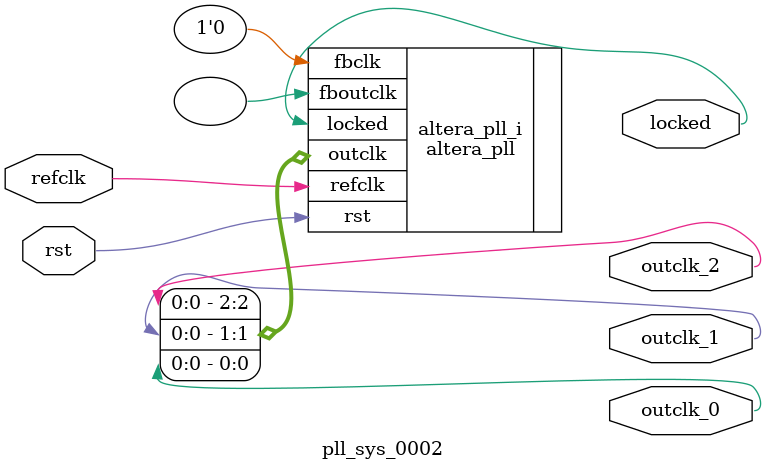
<source format=v>
`timescale 1ns/10ps
module  pll_sys_0002(

	// interface 'refclk'
	input wire refclk,

	// interface 'reset'
	input wire rst,

	// interface 'outclk0'
	output wire outclk_0,

	// interface 'outclk1'
	output wire outclk_1,

	// interface 'outclk2'
	output wire outclk_2,

	// interface 'locked'
	output wire locked
);

	altera_pll #(
		.fractional_vco_multiplier("false"),
		.reference_clock_frequency("50.0 MHz"),
		.operation_mode("direct"),
		.number_of_clocks(3),
		.output_clock_frequency0("96.000000 MHz"),
		.phase_shift0("0 ps"),
		.duty_cycle0(50),
		.output_clock_frequency1("96.000000 MHz"),
		.phase_shift1("4166 ps"),
		.duty_cycle1(50),
		.output_clock_frequency2("32.000000 MHz"),
		.phase_shift2("0 ps"),
		.duty_cycle2(50),
		.output_clock_frequency3("0 MHz"),
		.phase_shift3("0 ps"),
		.duty_cycle3(50),
		.output_clock_frequency4("0 MHz"),
		.phase_shift4("0 ps"),
		.duty_cycle4(50),
		.output_clock_frequency5("0 MHz"),
		.phase_shift5("0 ps"),
		.duty_cycle5(50),
		.output_clock_frequency6("0 MHz"),
		.phase_shift6("0 ps"),
		.duty_cycle6(50),
		.output_clock_frequency7("0 MHz"),
		.phase_shift7("0 ps"),
		.duty_cycle7(50),
		.output_clock_frequency8("0 MHz"),
		.phase_shift8("0 ps"),
		.duty_cycle8(50),
		.output_clock_frequency9("0 MHz"),
		.phase_shift9("0 ps"),
		.duty_cycle9(50),
		.output_clock_frequency10("0 MHz"),
		.phase_shift10("0 ps"),
		.duty_cycle10(50),
		.output_clock_frequency11("0 MHz"),
		.phase_shift11("0 ps"),
		.duty_cycle11(50),
		.output_clock_frequency12("0 MHz"),
		.phase_shift12("0 ps"),
		.duty_cycle12(50),
		.output_clock_frequency13("0 MHz"),
		.phase_shift13("0 ps"),
		.duty_cycle13(50),
		.output_clock_frequency14("0 MHz"),
		.phase_shift14("0 ps"),
		.duty_cycle14(50),
		.output_clock_frequency15("0 MHz"),
		.phase_shift15("0 ps"),
		.duty_cycle15(50),
		.output_clock_frequency16("0 MHz"),
		.phase_shift16("0 ps"),
		.duty_cycle16(50),
		.output_clock_frequency17("0 MHz"),
		.phase_shift17("0 ps"),
		.duty_cycle17(50),
		.pll_type("General"),
		.pll_subtype("General")
	) altera_pll_i (
		.rst	(rst),
		.outclk	({outclk_2, outclk_1, outclk_0}),
		.locked	(locked),
		.fboutclk	( ),
		.fbclk	(1'b0),
		.refclk	(refclk)
	);
endmodule


</source>
